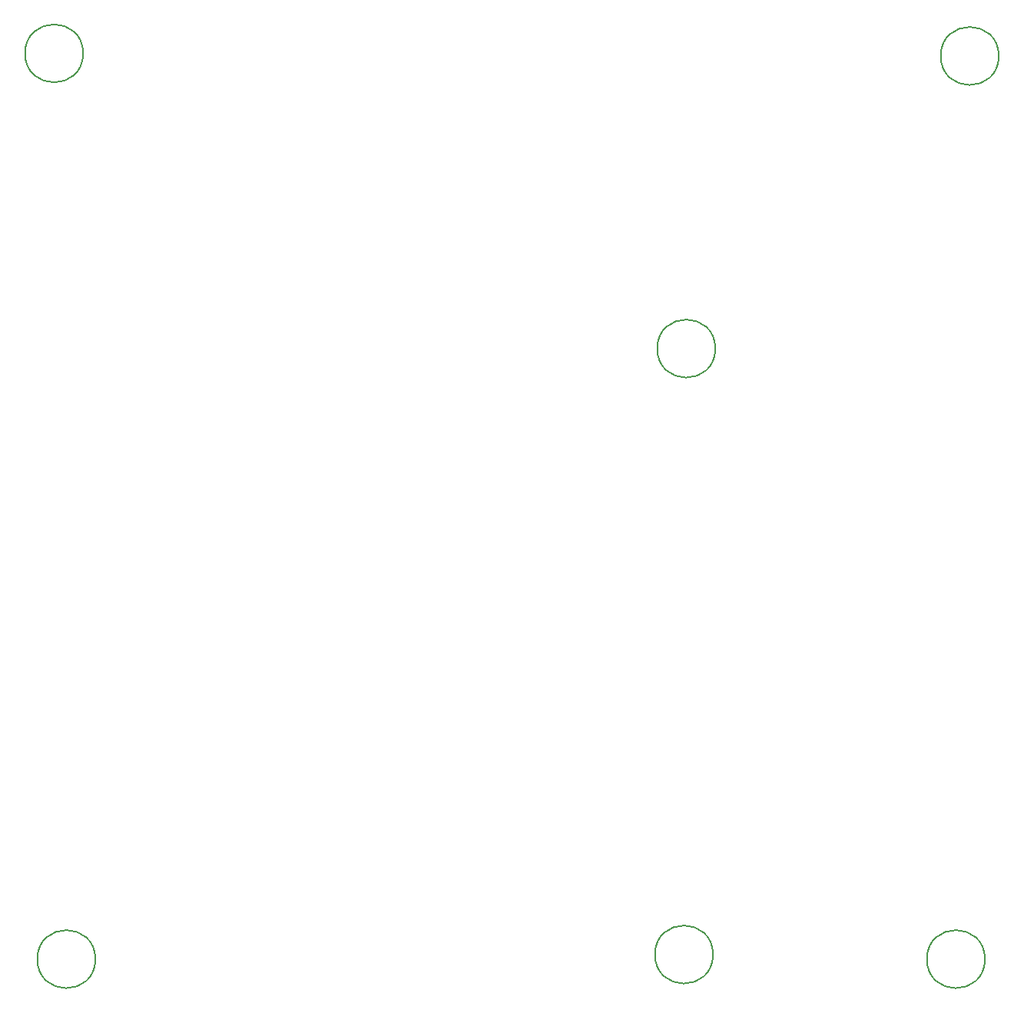
<source format=gbr>
%TF.GenerationSoftware,KiCad,Pcbnew,5.1.6*%
%TF.CreationDate,2020-10-02T09:22:04-04:00*%
%TF.ProjectId,BadgersHollowSchematic,42616467-6572-4734-986f-6c6c6f775363,rev?*%
%TF.SameCoordinates,Original*%
%TF.FileFunction,Other,Comment*%
%FSLAX46Y46*%
G04 Gerber Fmt 4.6, Leading zero omitted, Abs format (unit mm)*
G04 Created by KiCad (PCBNEW 5.1.6) date 2020-10-02 09:22:04*
%MOMM*%
%LPD*%
G01*
G04 APERTURE LIST*
%ADD10C,0.150000*%
G04 APERTURE END LIST*
D10*
%TO.C,REF\u002A\u002A*%
X35630720Y-39847520D02*
G75*
G03*
X35630720Y-39847520I-3200000J0D01*
G01*
X105308000Y-72390000D02*
G75*
G03*
X105308000Y-72390000I-3200000J0D01*
G01*
X36982000Y-139700000D02*
G75*
G03*
X36982000Y-139700000I-3200000J0D01*
G01*
X105054000Y-139192000D02*
G75*
G03*
X105054000Y-139192000I-3200000J0D01*
G01*
X135026000Y-139700000D02*
G75*
G03*
X135026000Y-139700000I-3200000J0D01*
G01*
X136550000Y-40132000D02*
G75*
G03*
X136550000Y-40132000I-3200000J0D01*
G01*
%TD*%
M02*

</source>
